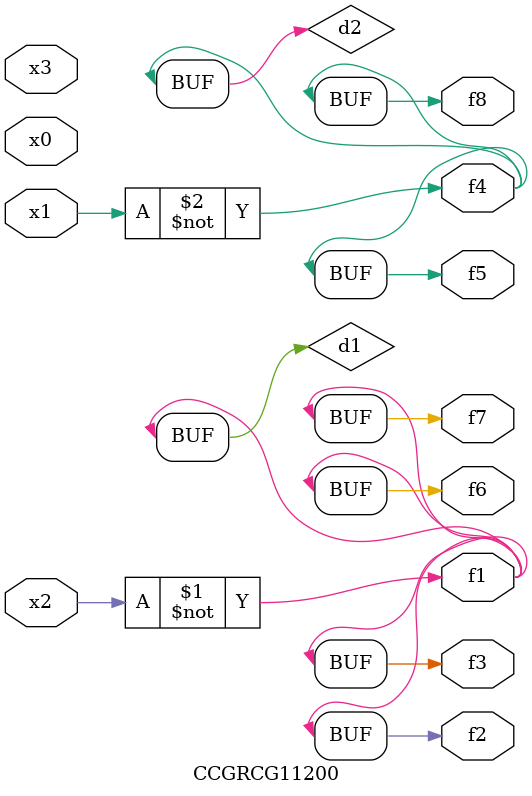
<source format=v>
module CCGRCG11200(
	input x0, x1, x2, x3,
	output f1, f2, f3, f4, f5, f6, f7, f8
);

	wire d1, d2;

	xnor (d1, x2);
	not (d2, x1);
	assign f1 = d1;
	assign f2 = d1;
	assign f3 = d1;
	assign f4 = d2;
	assign f5 = d2;
	assign f6 = d1;
	assign f7 = d1;
	assign f8 = d2;
endmodule

</source>
